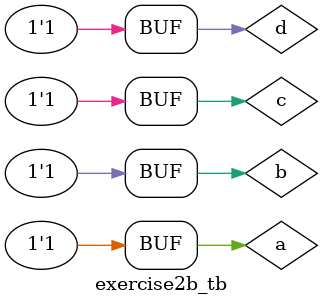
<source format=v>
`timescale 1ns/1ns
`include "exercise2b.v"

module exercise2b_tb();
    reg a, b, c, d;
    wire f;

    exercise2b ex2b(a, b, c, d, f);
    initial begin
        $dumpfile("exercise2b_tb.vcd");
        $dumpvars(0, exercise2b_tb);

        a = 1'b0; b=1'b0; c=1'b0; d=1'b0;
        #20;
        a = 1'b0; b=1'b0; c=1'b0; d=1'b1;
        #20;
        a = 1'b0; b=1'b0; c=1'b1; d=1'b0;
        #20;
        a = 1'b0; b=1'b0; c=1'b1; d=1'b1;
        #20;
        a = 1'b0; b=1'b1; c=1'b0; d=1'b0;
        #20;
        a = 1'b0; b=1'b1; c=1'b0; d=1'b1;
        #20;
        a = 1'b0; b=1'b1; c=1'b1; d=1'b0;
        #20;
        a = 1'b0; b=1'b1; c=1'b1; d=1'b1;
        #20;
        a = 1'b1; b=1'b0; c=1'b0; d=1'b0;
        #20;
        a = 1'b1; b=1'b0; c=1'b0; d=1'b1;
        #20;
        a = 1'b1; b=1'b0; c=1'b1; d=1'b0;
        #20;
        a = 1'b1; b=1'b0; c=1'b1; d=1'b1;
        #20;
        a = 1'b1; b=1'b1; c=1'b0; d=1'b0;
        #20;
        a = 1'b1; b=1'b1; c=1'b0; d=1'b1;
        #20;
        a = 1'b1; b=1'b1; c=1'b1; d=1'b0;
        #20;
        a = 1'b1; b=1'b1; c=1'b1; d=1'b1;
        #20;

        $display("Test complete");
    end
endmodule
</source>
